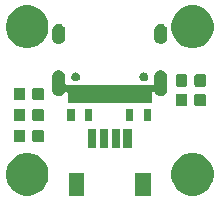
<source format=gts>
G04 #@! TF.GenerationSoftware,KiCad,Pcbnew,5.1.5*
G04 #@! TF.CreationDate,2020-01-08T02:03:50-03:00*
G04 #@! TF.ProjectId,Unified-Daughterboard,556e6966-6965-4642-9d44-617567687465,rev?*
G04 #@! TF.SameCoordinates,Original*
G04 #@! TF.FileFunction,Soldermask,Top*
G04 #@! TF.FilePolarity,Negative*
%FSLAX46Y46*%
G04 Gerber Fmt 4.6, Leading zero omitted, Abs format (unit mm)*
G04 Created by KiCad (PCBNEW 5.1.5) date 2020-01-08 02:03:50*
%MOMM*%
%LPD*%
G04 APERTURE LIST*
%ADD10C,0.100000*%
G04 APERTURE END LIST*
D10*
G36*
X72855500Y-72844000D02*
G01*
X71553500Y-72844000D01*
X71553500Y-70942000D01*
X72855500Y-70942000D01*
X72855500Y-72844000D01*
G37*
G36*
X78455500Y-72844000D02*
G01*
X77153500Y-72844000D01*
X77153500Y-70942000D01*
X78455500Y-70942000D01*
X78455500Y-72844000D01*
G37*
G36*
X82529831Y-69311211D02*
G01*
X82857592Y-69446974D01*
X83152570Y-69644072D01*
X83403428Y-69894930D01*
X83600526Y-70189908D01*
X83736289Y-70517669D01*
X83805500Y-70865616D01*
X83805500Y-71220384D01*
X83736289Y-71568331D01*
X83600526Y-71896092D01*
X83403428Y-72191070D01*
X83152570Y-72441928D01*
X82857592Y-72639026D01*
X82529831Y-72774789D01*
X82181884Y-72844000D01*
X81827116Y-72844000D01*
X81479169Y-72774789D01*
X81151408Y-72639026D01*
X80856430Y-72441928D01*
X80605572Y-72191070D01*
X80408474Y-71896092D01*
X80272711Y-71568331D01*
X80203500Y-71220384D01*
X80203500Y-70865616D01*
X80272711Y-70517669D01*
X80408474Y-70189908D01*
X80605572Y-69894930D01*
X80856430Y-69644072D01*
X81151408Y-69446974D01*
X81479169Y-69311211D01*
X81827116Y-69242000D01*
X82181884Y-69242000D01*
X82529831Y-69311211D01*
G37*
G36*
X68529831Y-69311211D02*
G01*
X68857592Y-69446974D01*
X69152570Y-69644072D01*
X69403428Y-69894930D01*
X69600526Y-70189908D01*
X69736289Y-70517669D01*
X69805500Y-70865616D01*
X69805500Y-71220384D01*
X69736289Y-71568331D01*
X69600526Y-71896092D01*
X69403428Y-72191070D01*
X69152570Y-72441928D01*
X68857592Y-72639026D01*
X68529831Y-72774789D01*
X68181884Y-72844000D01*
X67827116Y-72844000D01*
X67479169Y-72774789D01*
X67151408Y-72639026D01*
X66856430Y-72441928D01*
X66605572Y-72191070D01*
X66408474Y-71896092D01*
X66272711Y-71568331D01*
X66203500Y-71220384D01*
X66203500Y-70865616D01*
X66272711Y-70517669D01*
X66408474Y-70189908D01*
X66605572Y-69894930D01*
X66856430Y-69644072D01*
X67151408Y-69446974D01*
X67479169Y-69311211D01*
X67827116Y-69242000D01*
X68181884Y-69242000D01*
X68529831Y-69311211D01*
G37*
G36*
X76855500Y-68844000D02*
G01*
X76153500Y-68844000D01*
X76153500Y-67192000D01*
X76855500Y-67192000D01*
X76855500Y-68844000D01*
G37*
G36*
X75855500Y-68844000D02*
G01*
X75153500Y-68844000D01*
X75153500Y-67192000D01*
X75855500Y-67192000D01*
X75855500Y-68844000D01*
G37*
G36*
X74855500Y-68844000D02*
G01*
X74153500Y-68844000D01*
X74153500Y-67192000D01*
X74855500Y-67192000D01*
X74855500Y-68844000D01*
G37*
G36*
X73855500Y-68844000D02*
G01*
X73153500Y-68844000D01*
X73153500Y-67192000D01*
X73855500Y-67192000D01*
X73855500Y-68844000D01*
G37*
G36*
X69280091Y-67272085D02*
G01*
X69314069Y-67282393D01*
X69345390Y-67299134D01*
X69372839Y-67321661D01*
X69395366Y-67349110D01*
X69412107Y-67380431D01*
X69422415Y-67414409D01*
X69426500Y-67455890D01*
X69426500Y-68132110D01*
X69422415Y-68173591D01*
X69412107Y-68207569D01*
X69395366Y-68238890D01*
X69372839Y-68266339D01*
X69345390Y-68288866D01*
X69314069Y-68305607D01*
X69280091Y-68315915D01*
X69238610Y-68320000D01*
X68637390Y-68320000D01*
X68595909Y-68315915D01*
X68561931Y-68305607D01*
X68530610Y-68288866D01*
X68503161Y-68266339D01*
X68480634Y-68238890D01*
X68463893Y-68207569D01*
X68453585Y-68173591D01*
X68449500Y-68132110D01*
X68449500Y-67455890D01*
X68453585Y-67414409D01*
X68463893Y-67380431D01*
X68480634Y-67349110D01*
X68503161Y-67321661D01*
X68530610Y-67299134D01*
X68561931Y-67282393D01*
X68595909Y-67272085D01*
X68637390Y-67268000D01*
X69238610Y-67268000D01*
X69280091Y-67272085D01*
G37*
G36*
X67705091Y-67272085D02*
G01*
X67739069Y-67282393D01*
X67770390Y-67299134D01*
X67797839Y-67321661D01*
X67820366Y-67349110D01*
X67837107Y-67380431D01*
X67847415Y-67414409D01*
X67851500Y-67455890D01*
X67851500Y-68132110D01*
X67847415Y-68173591D01*
X67837107Y-68207569D01*
X67820366Y-68238890D01*
X67797839Y-68266339D01*
X67770390Y-68288866D01*
X67739069Y-68305607D01*
X67705091Y-68315915D01*
X67663610Y-68320000D01*
X67062390Y-68320000D01*
X67020909Y-68315915D01*
X66986931Y-68305607D01*
X66955610Y-68288866D01*
X66928161Y-68266339D01*
X66905634Y-68238890D01*
X66888893Y-68207569D01*
X66878585Y-68173591D01*
X66874500Y-68132110D01*
X66874500Y-67455890D01*
X66878585Y-67414409D01*
X66888893Y-67380431D01*
X66905634Y-67349110D01*
X66928161Y-67321661D01*
X66955610Y-67299134D01*
X66986931Y-67282393D01*
X67020909Y-67272085D01*
X67062390Y-67268000D01*
X67663610Y-67268000D01*
X67705091Y-67272085D01*
G37*
G36*
X69280091Y-65494085D02*
G01*
X69314069Y-65504393D01*
X69345390Y-65521134D01*
X69372839Y-65543661D01*
X69395366Y-65571110D01*
X69412107Y-65602431D01*
X69422415Y-65636409D01*
X69426500Y-65677890D01*
X69426500Y-66354110D01*
X69422415Y-66395591D01*
X69412107Y-66429569D01*
X69395366Y-66460890D01*
X69372839Y-66488339D01*
X69345390Y-66510866D01*
X69314069Y-66527607D01*
X69280091Y-66537915D01*
X69238610Y-66542000D01*
X68637390Y-66542000D01*
X68595909Y-66537915D01*
X68561931Y-66527607D01*
X68530610Y-66510866D01*
X68503161Y-66488339D01*
X68480634Y-66460890D01*
X68463893Y-66429569D01*
X68453585Y-66395591D01*
X68449500Y-66354110D01*
X68449500Y-65677890D01*
X68453585Y-65636409D01*
X68463893Y-65602431D01*
X68480634Y-65571110D01*
X68503161Y-65543661D01*
X68530610Y-65521134D01*
X68561931Y-65504393D01*
X68595909Y-65494085D01*
X68637390Y-65490000D01*
X69238610Y-65490000D01*
X69280091Y-65494085D01*
G37*
G36*
X67705091Y-65494085D02*
G01*
X67739069Y-65504393D01*
X67770390Y-65521134D01*
X67797839Y-65543661D01*
X67820366Y-65571110D01*
X67837107Y-65602431D01*
X67847415Y-65636409D01*
X67851500Y-65677890D01*
X67851500Y-66354110D01*
X67847415Y-66395591D01*
X67837107Y-66429569D01*
X67820366Y-66460890D01*
X67797839Y-66488339D01*
X67770390Y-66510866D01*
X67739069Y-66527607D01*
X67705091Y-66537915D01*
X67663610Y-66542000D01*
X67062390Y-66542000D01*
X67020909Y-66537915D01*
X66986931Y-66527607D01*
X66955610Y-66510866D01*
X66928161Y-66488339D01*
X66905634Y-66460890D01*
X66888893Y-66429569D01*
X66878585Y-66395591D01*
X66874500Y-66354110D01*
X66874500Y-65677890D01*
X66878585Y-65636409D01*
X66888893Y-65602431D01*
X66905634Y-65571110D01*
X66928161Y-65543661D01*
X66955610Y-65521134D01*
X66986931Y-65504393D01*
X67020909Y-65494085D01*
X67062390Y-65490000D01*
X67663610Y-65490000D01*
X67705091Y-65494085D01*
G37*
G36*
X78472500Y-66517000D02*
G01*
X77870500Y-66517000D01*
X77870500Y-65515000D01*
X78472500Y-65515000D01*
X78472500Y-66517000D01*
G37*
G36*
X76972500Y-66517000D02*
G01*
X76370500Y-66517000D01*
X76370500Y-65515000D01*
X76972500Y-65515000D01*
X76972500Y-66517000D01*
G37*
G36*
X73519500Y-66517000D02*
G01*
X72917500Y-66517000D01*
X72917500Y-65515000D01*
X73519500Y-65515000D01*
X73519500Y-66517000D01*
G37*
G36*
X72019500Y-66517000D02*
G01*
X71417500Y-66517000D01*
X71417500Y-65515000D01*
X72019500Y-65515000D01*
X72019500Y-66517000D01*
G37*
G36*
X81421091Y-64224085D02*
G01*
X81455069Y-64234393D01*
X81486390Y-64251134D01*
X81513839Y-64273661D01*
X81536366Y-64301110D01*
X81553107Y-64332431D01*
X81563415Y-64366409D01*
X81567500Y-64407890D01*
X81567500Y-65084110D01*
X81563415Y-65125591D01*
X81553107Y-65159569D01*
X81536366Y-65190890D01*
X81513839Y-65218339D01*
X81486390Y-65240866D01*
X81455069Y-65257607D01*
X81421091Y-65267915D01*
X81379610Y-65272000D01*
X80778390Y-65272000D01*
X80736909Y-65267915D01*
X80702931Y-65257607D01*
X80671610Y-65240866D01*
X80644161Y-65218339D01*
X80621634Y-65190890D01*
X80604893Y-65159569D01*
X80594585Y-65125591D01*
X80590500Y-65084110D01*
X80590500Y-64407890D01*
X80594585Y-64366409D01*
X80604893Y-64332431D01*
X80621634Y-64301110D01*
X80644161Y-64273661D01*
X80671610Y-64251134D01*
X80702931Y-64234393D01*
X80736909Y-64224085D01*
X80778390Y-64220000D01*
X81379610Y-64220000D01*
X81421091Y-64224085D01*
G37*
G36*
X82996091Y-64224085D02*
G01*
X83030069Y-64234393D01*
X83061390Y-64251134D01*
X83088839Y-64273661D01*
X83111366Y-64301110D01*
X83128107Y-64332431D01*
X83138415Y-64366409D01*
X83142500Y-64407890D01*
X83142500Y-65084110D01*
X83138415Y-65125591D01*
X83128107Y-65159569D01*
X83111366Y-65190890D01*
X83088839Y-65218339D01*
X83061390Y-65240866D01*
X83030069Y-65257607D01*
X82996091Y-65267915D01*
X82954610Y-65272000D01*
X82353390Y-65272000D01*
X82311909Y-65267915D01*
X82277931Y-65257607D01*
X82246610Y-65240866D01*
X82219161Y-65218339D01*
X82196634Y-65190890D01*
X82179893Y-65159569D01*
X82169585Y-65125591D01*
X82165500Y-65084110D01*
X82165500Y-64407890D01*
X82169585Y-64366409D01*
X82179893Y-64332431D01*
X82196634Y-64301110D01*
X82219161Y-64273661D01*
X82246610Y-64251134D01*
X82277931Y-64234393D01*
X82311909Y-64224085D01*
X82353390Y-64220000D01*
X82954610Y-64220000D01*
X82996091Y-64224085D01*
G37*
G36*
X79432515Y-62229973D02*
G01*
X79536379Y-62261479D01*
X79563555Y-62276005D01*
X79632100Y-62312643D01*
X79716001Y-62381499D01*
X79784857Y-62465400D01*
X79803854Y-62500942D01*
X79836021Y-62561121D01*
X79867527Y-62664985D01*
X79875500Y-62745933D01*
X79875500Y-63900067D01*
X79867527Y-63981015D01*
X79836021Y-64084879D01*
X79812487Y-64128907D01*
X79784857Y-64180599D01*
X79784854Y-64180603D01*
X79716001Y-64264501D01*
X79671392Y-64301110D01*
X79632099Y-64333357D01*
X79580407Y-64360987D01*
X79536378Y-64384521D01*
X79432514Y-64416027D01*
X79324500Y-64426666D01*
X79216485Y-64416027D01*
X79112621Y-64384521D01*
X79068593Y-64360987D01*
X79016901Y-64333357D01*
X78977608Y-64301110D01*
X78932999Y-64264501D01*
X78864144Y-64180600D01*
X78815730Y-64090024D01*
X78802125Y-64069664D01*
X78784798Y-64052337D01*
X78764424Y-64038723D01*
X78741785Y-64029346D01*
X78717752Y-64024565D01*
X78693248Y-64024565D01*
X78669214Y-64029345D01*
X78646575Y-64038722D01*
X78626201Y-64052336D01*
X78608874Y-64069663D01*
X78595260Y-64090037D01*
X78585883Y-64112676D01*
X78581102Y-64136709D01*
X78580500Y-64148962D01*
X78580500Y-65014000D01*
X71428500Y-65014000D01*
X71428500Y-64148962D01*
X71426098Y-64124577D01*
X71418985Y-64101128D01*
X71407434Y-64079517D01*
X71391889Y-64060575D01*
X71372947Y-64045030D01*
X71351336Y-64033479D01*
X71327887Y-64026366D01*
X71303501Y-64023964D01*
X71279115Y-64026366D01*
X71255666Y-64033479D01*
X71234055Y-64045030D01*
X71215113Y-64060575D01*
X71199568Y-64079517D01*
X71193278Y-64090010D01*
X71144856Y-64180600D01*
X71144855Y-64180602D01*
X71076001Y-64264501D01*
X71031392Y-64301110D01*
X70992099Y-64333357D01*
X70940407Y-64360987D01*
X70896378Y-64384521D01*
X70792514Y-64416027D01*
X70684500Y-64426666D01*
X70576485Y-64416027D01*
X70472621Y-64384521D01*
X70428593Y-64360987D01*
X70376901Y-64333357D01*
X70337608Y-64301110D01*
X70292999Y-64264501D01*
X70224146Y-64180603D01*
X70224143Y-64180599D01*
X70194199Y-64124577D01*
X70172979Y-64084878D01*
X70141473Y-63981014D01*
X70133500Y-63900066D01*
X70133501Y-62745933D01*
X70141474Y-62664985D01*
X70172980Y-62561121D01*
X70205147Y-62500942D01*
X70224144Y-62465400D01*
X70293000Y-62381499D01*
X70376901Y-62312643D01*
X70445446Y-62276005D01*
X70472622Y-62261479D01*
X70576486Y-62229973D01*
X70684500Y-62219334D01*
X70792515Y-62229973D01*
X70896379Y-62261479D01*
X70923555Y-62276005D01*
X70992100Y-62312643D01*
X71076001Y-62381499D01*
X71144857Y-62465400D01*
X71163854Y-62500942D01*
X71196021Y-62561121D01*
X71227527Y-62664985D01*
X71235500Y-62745933D01*
X71235500Y-63337001D01*
X71237902Y-63361387D01*
X71245015Y-63384836D01*
X71256566Y-63406447D01*
X71272111Y-63425389D01*
X71291053Y-63440934D01*
X71312664Y-63452485D01*
X71336113Y-63459598D01*
X71360499Y-63462000D01*
X78648501Y-63462000D01*
X78672887Y-63459598D01*
X78696336Y-63452485D01*
X78717947Y-63440934D01*
X78736889Y-63425389D01*
X78752434Y-63406447D01*
X78763985Y-63384836D01*
X78771098Y-63361387D01*
X78773500Y-63337001D01*
X78773501Y-62745939D01*
X78773501Y-62745933D01*
X78781474Y-62664985D01*
X78812980Y-62561121D01*
X78845147Y-62500942D01*
X78864144Y-62465400D01*
X78933000Y-62381499D01*
X79016901Y-62312643D01*
X79085446Y-62276005D01*
X79112622Y-62261479D01*
X79216486Y-62229973D01*
X79324500Y-62219334D01*
X79432515Y-62229973D01*
G37*
G36*
X69280091Y-63716085D02*
G01*
X69314069Y-63726393D01*
X69345390Y-63743134D01*
X69372839Y-63765661D01*
X69395366Y-63793110D01*
X69412107Y-63824431D01*
X69422415Y-63858409D01*
X69426500Y-63899890D01*
X69426500Y-64576110D01*
X69422415Y-64617591D01*
X69412107Y-64651569D01*
X69395366Y-64682890D01*
X69372839Y-64710339D01*
X69345390Y-64732866D01*
X69314069Y-64749607D01*
X69280091Y-64759915D01*
X69238610Y-64764000D01*
X68637390Y-64764000D01*
X68595909Y-64759915D01*
X68561931Y-64749607D01*
X68530610Y-64732866D01*
X68503161Y-64710339D01*
X68480634Y-64682890D01*
X68463893Y-64651569D01*
X68453585Y-64617591D01*
X68449500Y-64576110D01*
X68449500Y-63899890D01*
X68453585Y-63858409D01*
X68463893Y-63824431D01*
X68480634Y-63793110D01*
X68503161Y-63765661D01*
X68530610Y-63743134D01*
X68561931Y-63726393D01*
X68595909Y-63716085D01*
X68637390Y-63712000D01*
X69238610Y-63712000D01*
X69280091Y-63716085D01*
G37*
G36*
X67705091Y-63716085D02*
G01*
X67739069Y-63726393D01*
X67770390Y-63743134D01*
X67797839Y-63765661D01*
X67820366Y-63793110D01*
X67837107Y-63824431D01*
X67847415Y-63858409D01*
X67851500Y-63899890D01*
X67851500Y-64576110D01*
X67847415Y-64617591D01*
X67837107Y-64651569D01*
X67820366Y-64682890D01*
X67797839Y-64710339D01*
X67770390Y-64732866D01*
X67739069Y-64749607D01*
X67705091Y-64759915D01*
X67663610Y-64764000D01*
X67062390Y-64764000D01*
X67020909Y-64759915D01*
X66986931Y-64749607D01*
X66955610Y-64732866D01*
X66928161Y-64710339D01*
X66905634Y-64682890D01*
X66888893Y-64651569D01*
X66878585Y-64617591D01*
X66874500Y-64576110D01*
X66874500Y-63899890D01*
X66878585Y-63858409D01*
X66888893Y-63824431D01*
X66905634Y-63793110D01*
X66928161Y-63765661D01*
X66955610Y-63743134D01*
X66986931Y-63726393D01*
X67020909Y-63716085D01*
X67062390Y-63712000D01*
X67663610Y-63712000D01*
X67705091Y-63716085D01*
G37*
G36*
X82996091Y-62573085D02*
G01*
X83030069Y-62583393D01*
X83061390Y-62600134D01*
X83088839Y-62622661D01*
X83111366Y-62650110D01*
X83128107Y-62681431D01*
X83138415Y-62715409D01*
X83142500Y-62756890D01*
X83142500Y-63433110D01*
X83138415Y-63474591D01*
X83128107Y-63508569D01*
X83111366Y-63539890D01*
X83088839Y-63567339D01*
X83061390Y-63589866D01*
X83030069Y-63606607D01*
X82996091Y-63616915D01*
X82954610Y-63621000D01*
X82353390Y-63621000D01*
X82311909Y-63616915D01*
X82277931Y-63606607D01*
X82246610Y-63589866D01*
X82219161Y-63567339D01*
X82196634Y-63539890D01*
X82179893Y-63508569D01*
X82169585Y-63474591D01*
X82165500Y-63433110D01*
X82165500Y-62756890D01*
X82169585Y-62715409D01*
X82179893Y-62681431D01*
X82196634Y-62650110D01*
X82219161Y-62622661D01*
X82246610Y-62600134D01*
X82277931Y-62583393D01*
X82311909Y-62573085D01*
X82353390Y-62569000D01*
X82954610Y-62569000D01*
X82996091Y-62573085D01*
G37*
G36*
X81421091Y-62573085D02*
G01*
X81455069Y-62583393D01*
X81486390Y-62600134D01*
X81513839Y-62622661D01*
X81536366Y-62650110D01*
X81553107Y-62681431D01*
X81563415Y-62715409D01*
X81567500Y-62756890D01*
X81567500Y-63433110D01*
X81563415Y-63474591D01*
X81553107Y-63508569D01*
X81536366Y-63539890D01*
X81513839Y-63567339D01*
X81486390Y-63589866D01*
X81455069Y-63606607D01*
X81421091Y-63616915D01*
X81379610Y-63621000D01*
X80778390Y-63621000D01*
X80736909Y-63616915D01*
X80702931Y-63606607D01*
X80671610Y-63589866D01*
X80644161Y-63567339D01*
X80621634Y-63539890D01*
X80604893Y-63508569D01*
X80594585Y-63474591D01*
X80590500Y-63433110D01*
X80590500Y-62756890D01*
X80594585Y-62715409D01*
X80604893Y-62681431D01*
X80621634Y-62650110D01*
X80644161Y-62622661D01*
X80671610Y-62600134D01*
X80702931Y-62583393D01*
X80736909Y-62573085D01*
X80778390Y-62569000D01*
X81379610Y-62569000D01*
X81421091Y-62573085D01*
G37*
G36*
X72224172Y-62431449D02*
G01*
X72224174Y-62431450D01*
X72224175Y-62431450D01*
X72292603Y-62459793D01*
X72354186Y-62500942D01*
X72406558Y-62553314D01*
X72447707Y-62614897D01*
X72476050Y-62683325D01*
X72490500Y-62755967D01*
X72490500Y-62830033D01*
X72476050Y-62902675D01*
X72447707Y-62971103D01*
X72406558Y-63032686D01*
X72354186Y-63085058D01*
X72292603Y-63126207D01*
X72224175Y-63154550D01*
X72224174Y-63154550D01*
X72224172Y-63154551D01*
X72151534Y-63169000D01*
X72077466Y-63169000D01*
X72004828Y-63154551D01*
X72004826Y-63154550D01*
X72004825Y-63154550D01*
X71936397Y-63126207D01*
X71874814Y-63085058D01*
X71822442Y-63032686D01*
X71781293Y-62971103D01*
X71752950Y-62902675D01*
X71738500Y-62830033D01*
X71738500Y-62755967D01*
X71752950Y-62683325D01*
X71781293Y-62614897D01*
X71822442Y-62553314D01*
X71874814Y-62500942D01*
X71936397Y-62459793D01*
X72004825Y-62431450D01*
X72004826Y-62431450D01*
X72004828Y-62431449D01*
X72077466Y-62417000D01*
X72151534Y-62417000D01*
X72224172Y-62431449D01*
G37*
G36*
X78004172Y-62431449D02*
G01*
X78004174Y-62431450D01*
X78004175Y-62431450D01*
X78072603Y-62459793D01*
X78134186Y-62500942D01*
X78186558Y-62553314D01*
X78227707Y-62614897D01*
X78256050Y-62683325D01*
X78270500Y-62755967D01*
X78270500Y-62830033D01*
X78256050Y-62902675D01*
X78227707Y-62971103D01*
X78186558Y-63032686D01*
X78134186Y-63085058D01*
X78072603Y-63126207D01*
X78004175Y-63154550D01*
X78004174Y-63154550D01*
X78004172Y-63154551D01*
X77931534Y-63169000D01*
X77857466Y-63169000D01*
X77784828Y-63154551D01*
X77784826Y-63154550D01*
X77784825Y-63154550D01*
X77716397Y-63126207D01*
X77654814Y-63085058D01*
X77602442Y-63032686D01*
X77561293Y-62971103D01*
X77532950Y-62902675D01*
X77518500Y-62830033D01*
X77518500Y-62755967D01*
X77532950Y-62683325D01*
X77561293Y-62614897D01*
X77602442Y-62553314D01*
X77654814Y-62500942D01*
X77716397Y-62459793D01*
X77784825Y-62431450D01*
X77784826Y-62431450D01*
X77784828Y-62431449D01*
X77857466Y-62417000D01*
X77931534Y-62417000D01*
X78004172Y-62431449D01*
G37*
G36*
X82529831Y-56811211D02*
G01*
X82857592Y-56946974D01*
X83152570Y-57144072D01*
X83403428Y-57394930D01*
X83600526Y-57689908D01*
X83736289Y-58017669D01*
X83805500Y-58365616D01*
X83805500Y-58720384D01*
X83736289Y-59068331D01*
X83600526Y-59396092D01*
X83403428Y-59691070D01*
X83152570Y-59941928D01*
X82857592Y-60139026D01*
X82529831Y-60274789D01*
X82181884Y-60344000D01*
X81827116Y-60344000D01*
X81479169Y-60274789D01*
X81151408Y-60139026D01*
X80856430Y-59941928D01*
X80605572Y-59691070D01*
X80408474Y-59396092D01*
X80272711Y-59068331D01*
X80203500Y-58720384D01*
X80203500Y-58365616D01*
X80272711Y-58017669D01*
X80408474Y-57689908D01*
X80605572Y-57394930D01*
X80856430Y-57144072D01*
X81151408Y-56946974D01*
X81479169Y-56811211D01*
X81827116Y-56742000D01*
X82181884Y-56742000D01*
X82529831Y-56811211D01*
G37*
G36*
X68529831Y-56811211D02*
G01*
X68857592Y-56946974D01*
X69152570Y-57144072D01*
X69403428Y-57394930D01*
X69600526Y-57689908D01*
X69736289Y-58017669D01*
X69805500Y-58365616D01*
X69805500Y-58720384D01*
X69736289Y-59068331D01*
X69600526Y-59396092D01*
X69403428Y-59691070D01*
X69152570Y-59941928D01*
X68857592Y-60139026D01*
X68529831Y-60274789D01*
X68181884Y-60344000D01*
X67827116Y-60344000D01*
X67479169Y-60274789D01*
X67151408Y-60139026D01*
X66856430Y-59941928D01*
X66605572Y-59691070D01*
X66408474Y-59396092D01*
X66272711Y-59068331D01*
X66203500Y-58720384D01*
X66203500Y-58365616D01*
X66272711Y-58017669D01*
X66408474Y-57689908D01*
X66605572Y-57394930D01*
X66856430Y-57144072D01*
X67151408Y-56946974D01*
X67479169Y-56811211D01*
X67827116Y-56742000D01*
X68181884Y-56742000D01*
X68529831Y-56811211D01*
G37*
G36*
X79432515Y-58299973D02*
G01*
X79536379Y-58331479D01*
X79563555Y-58346005D01*
X79632100Y-58382643D01*
X79716001Y-58451499D01*
X79784857Y-58535400D01*
X79821495Y-58603945D01*
X79836021Y-58631121D01*
X79867527Y-58734985D01*
X79875500Y-58815933D01*
X79875500Y-59470067D01*
X79867527Y-59551015D01*
X79836021Y-59654879D01*
X79784856Y-59750600D01*
X79716001Y-59834501D01*
X79647145Y-59891009D01*
X79632099Y-59903357D01*
X79580407Y-59930987D01*
X79536378Y-59954521D01*
X79432514Y-59986027D01*
X79324500Y-59996666D01*
X79216485Y-59986027D01*
X79112621Y-59954521D01*
X79068593Y-59930987D01*
X79016901Y-59903357D01*
X79004143Y-59892887D01*
X78932999Y-59834501D01*
X78864144Y-59750600D01*
X78812979Y-59654878D01*
X78781473Y-59551014D01*
X78773500Y-59470066D01*
X78773500Y-58815933D01*
X78781473Y-58734985D01*
X78812980Y-58631121D01*
X78812982Y-58631118D01*
X78864145Y-58535399D01*
X78933000Y-58451499D01*
X79016901Y-58382643D01*
X79085446Y-58346005D01*
X79112622Y-58331479D01*
X79216486Y-58299973D01*
X79324500Y-58289334D01*
X79432515Y-58299973D01*
G37*
G36*
X70792515Y-58299973D02*
G01*
X70896379Y-58331479D01*
X70923555Y-58346005D01*
X70992100Y-58382643D01*
X71076001Y-58451499D01*
X71144857Y-58535400D01*
X71181495Y-58603945D01*
X71196021Y-58631121D01*
X71227527Y-58734985D01*
X71235500Y-58815933D01*
X71235500Y-59470067D01*
X71227527Y-59551015D01*
X71196021Y-59654879D01*
X71144856Y-59750600D01*
X71076001Y-59834501D01*
X71007145Y-59891009D01*
X70992099Y-59903357D01*
X70940407Y-59930987D01*
X70896378Y-59954521D01*
X70792514Y-59986027D01*
X70684500Y-59996666D01*
X70576485Y-59986027D01*
X70472621Y-59954521D01*
X70428593Y-59930987D01*
X70376901Y-59903357D01*
X70364143Y-59892887D01*
X70292999Y-59834501D01*
X70224144Y-59750600D01*
X70172979Y-59654878D01*
X70141473Y-59551014D01*
X70133500Y-59470066D01*
X70133500Y-58815933D01*
X70141473Y-58734985D01*
X70172980Y-58631121D01*
X70172982Y-58631118D01*
X70224145Y-58535399D01*
X70293000Y-58451499D01*
X70376901Y-58382643D01*
X70445446Y-58346005D01*
X70472622Y-58331479D01*
X70576486Y-58299973D01*
X70684500Y-58289334D01*
X70792515Y-58299973D01*
G37*
M02*

</source>
